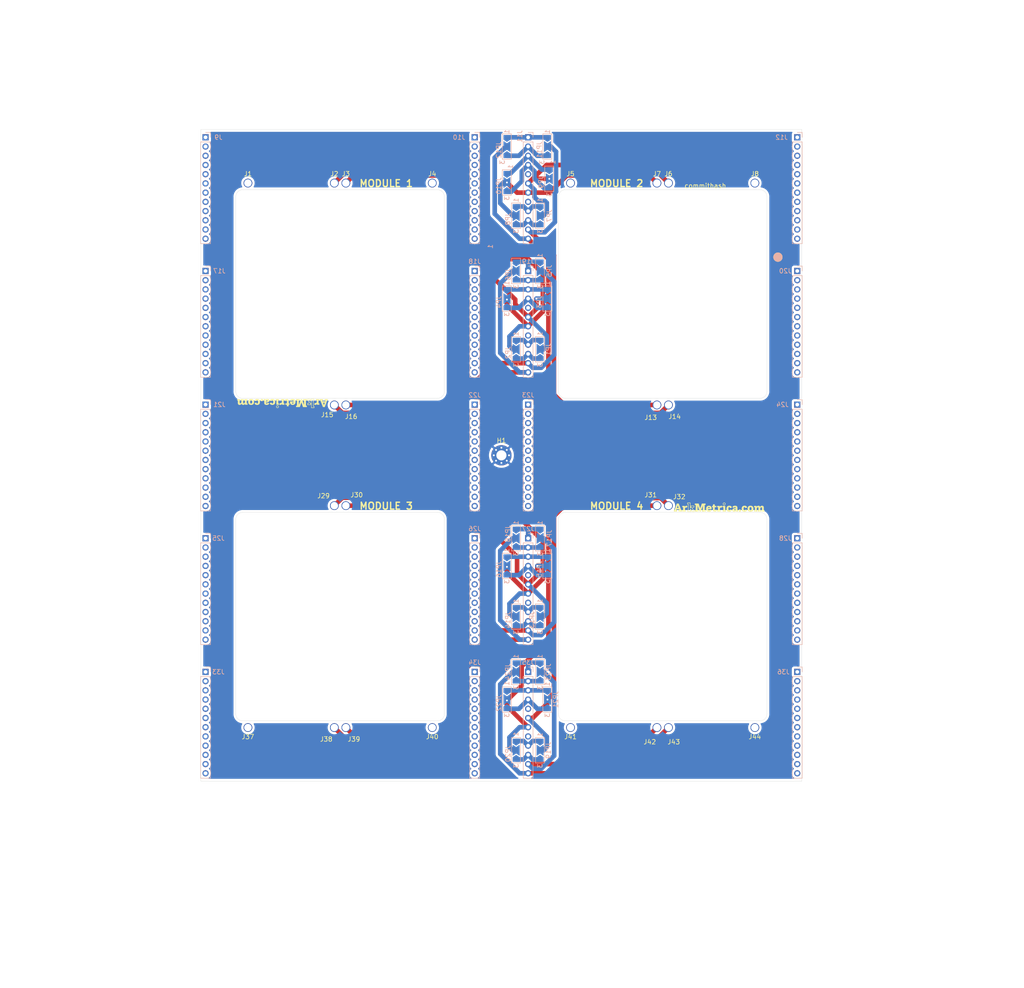
<source format=kicad_pcb>
(kicad_pcb (version 20210228) (generator pcbnew)
  (layers (0 "F.Cu" signal) (31 "B.Cu" signal) (34 "B.Paste" user) (35 "F.Paste" user) (36 "B.SilkS" user "B.Silkscreen") (37 "F.SilkS" user "F.Silkscreen") (38 "B.Mask" user) (39 "F.Mask" user) (44 "Edge.Cuts" user))
  (net 0 "")
  (net 2 "3D_bit3b")
  (net 3 "3D_bit3a")
  (net 6 "3E_bit3a")
  (net 7 "3E_bit3b")
  (net 33 "3E_bit6b")
  (net 34 "3E_bit6a")
  (net 35 "3E_bit1b")
  (net 36 "3E_bit1a")
  (net 39 "3E_bit5b")
  (net 40 "3E_bit5a")
  (net 41 "3E_bit7b")
  (net 42 "3E_bit7a")
  (net 55 "3B_bit6a")
  (net 56 "3B_bit6b")
  (net 57 "3D_bit6b")
  (net 58 "3D_bit6a")
  (net 83 "3D_bit1b")
  (net 84 "3D_bit1a")
  (net 87 "3D_bit5b")
  (net 88 "3D_bit5a")
  (net 89 "3D_bit7b")
  (net 90 "3D_bit7a")
  (net 175 "3B_bit1b")
  (net 176 "3B_bit1a")
  (net 178 "3B_bit3b")
  (net 179 "3B_bit3a")
  (net 181 "3B_bit5b")
  (net 182 "3B_bit5a")
  (net 183 "3B_bit7b")
  (net 184 "3B_bit7a")
  (net 197 "3A_bit3a")
  (net 198 "3A_bit3b")
  (net 223 "3A_bit6b")
  (net 224 "3A_bit6a")
  (net 225 "3A_bit1b")
  (net 226 "3A_bit1a")
  (net 229 "3A_bit5b")
  (net 230 "3A_bit5a")
  (net 231 "3A_bit7b")
  (net 232 "3A_bit7a")
  (net 249 "GND")
  (footprint "custom_footprints:spring_pin" (layer "F.Cu") (at 33.75 -10.925)
    (fp_text reference "J13")
    (fp_text value "Conn_01x01" hide)
  )
  (footprint "custom_footprints:spring_pin" (layer "F.Cu") (at -36.25 -59.075 180)
    (fp_text reference "J2")
    (fp_text value "Conn_01x01" hide)
  )
  (footprint "custom_footprints:spring_pin" (layer "F.Cu") (at -36.25 59.075)
    (fp_text reference "J38")
    (fp_text value "Conn_01x01" hide)
  )
  (footprint "custom_footprints:spring_pin" (layer "F.Cu") (at 55 -59.075 180)
    (fp_text reference "J8")
    (fp_text value "Conn_01x01" hide)
  )
  (footprint "custom_footprints:spring_pin" (layer "F.Cu") (at -33.75 -10.925)
    (fp_text reference "J16")
    (fp_text value "Conn_01x01" hide)
  )
  (footprint "custom_footprints:spring_pin" (layer "F.Cu") (at 36.25 10.925)
    (fp_text reference "J32")
    (fp_text value "Conn_01x01" hide)
  )
  (footprint "custom_footprints:spring_pin" (layer "F.Cu") (at 55 59.075)
    (fp_text reference "J44")
    (fp_text value "Conn_01x01" hide)
  )
  (footprint "custom_footprints:spring_pin" (layer "F.Cu") (at -33.75 59.075)
    (fp_text reference "J39")
    (fp_text value "Conn_01x01" hide)
  )
  (footprint "custom_footprints:spring_pin" (layer "F.Cu") (at 36.25 -10.925)
    (fp_text reference "J14")
    (fp_text value "Conn_01x01" hide)
  )
  (footprint "custom_footprints:spring_pin" (layer "F.Cu") (at -15 59.075)
    (fp_text reference "J40")
    (fp_text value "Conn_01x01" hide)
  )
  (footprint "custom_footprints:spring_pin" (layer "F.Cu") (at -33.75 10.925)
    (fp_text reference "J30")
    (fp_text value "Conn_01x01" hide)
  )
  (footprint "custom_footprints:spring_pin" (layer "F.Cu") (at 36.25 59.075)
    (fp_text reference "J43")
    (fp_text value "Conn_01x01" hide)
  )
  (footprint "custom_footprints:spring_pin" (layer "F.Cu") (at 15 -59.075 180)
    (fp_text reference "J5")
    (fp_text value "Conn_01x01" hide)
  )
  (footprint "custom_footprints:site_small" (layer "F.Cu") (at 47.25 11.25)
    (fp_text reference "LOGO2" hide)
    (fp_text value "Logo_Open_Hardware_Small" hide)
  )
  (footprint "custom_footprints:spring_pin" (layer "F.Cu") (at 33.75 59.075)
    (fp_text reference "J42")
    (fp_text value "Conn_01x01" hide)
  )
  (footprint "custom_footprints:spring_pin" (layer "F.Cu") (at 36.25 -59.075 180)
    (fp_text reference "J6")
    (fp_text value "Conn_01x01" hide)
  )
  (footprint "custom_footprints:spring_pin" (layer "F.Cu") (at 15 59.075)
    (fp_text reference "J41")
    (fp_text value "Conn_01x01" hide)
  )
  (footprint "custom_footprints:spring_pin" (layer "F.Cu") (at -55 -59.075 180)
    (fp_text reference "J1")
    (fp_text value "Conn_01x01" hide)
  )
  (footprint "custom_footprints:spring_pin" (layer "F.Cu") (at 33.75 10.925)
    (fp_text reference "J31")
    (fp_text value "Conn_01x01" hide)
  )
  (footprint "custom_footprints:spring_pin" (layer "F.Cu") (at -36.25 -10.925)
    (fp_text reference "J15")
    (fp_text value "Conn_01x01" hide)
  )
  (footprint "custom_footprints:spring_pin" (layer "F.Cu") (at -15 -59.075 180)
    (fp_text reference "J4")
    (fp_text value "Conn_01x01" hide)
  )
  (footprint "custom_footprints:spring_pin" (layer "F.Cu") (at -33.75 -59.075 180)
    (fp_text reference "J3")
    (fp_text value "Conn_01x01" hide)
  )
  (footprint "custom_footprints:site_small" (layer "F.Cu") (at -47.5 -11.25 180)
    (fp_text reference "LOGO1" hide)
    (fp_text value "Logo_Open_Hardware_Small" hide)
  )
  (footprint "custom_footprints:spring_pin" (layer "F.Cu") (at -36.25 10.925)
    (fp_text reference "J29")
    (fp_text value "Conn_01x01" hide)
  )
  (footprint "MountingHole:MountingHole_2.2mm_M2_Pad_Via" (layer "F.Cu") (at 0 0)
    (fp_text reference "H1")
    (fp_text value "MountingHole_Pad")
  )
  (footprint "custom_footprints:spring_pin" (layer "F.Cu") (at -55 59.075)
    (fp_text reference "J37")
    (fp_text value "Conn_01x01" hide)
  )
  (footprint "custom_footprints:spring_pin" (layer "F.Cu") (at 33.75 -59.075 180)
    (fp_text reference "J7")
    (fp_text value "Conn_01x01" hide)
  )
  (footprint "Jumper:SolderJumper-3_P2.0mm_Open_TrianglePad1.0x1.5mm_NumberLabels" (layer "B.Cu") (at 8.4 -52 -90)
    (fp_text reference "JP7")
    (fp_text value "SolderJumper_3_Open")
  )
  (footprint "Connector_PinHeader_2.00mm:PinHeader_1x12_P2.00mm_Vertical" (layer "B.Cu") (at 64.2 18 180)
    (fp_text reference "J28")
    (fp_text value "Conn_01x12")
  )
  (footprint "Connector_PinHeader_2.00mm:PinHeader_1x12_P2.00mm_Vertical" (layer "B.Cu") (at -5.8 -11 180)
    (fp_text reference "J22")
    (fp_text value "Conn_01x12")
  )
  (footprint "Jumper:SolderJumper-3_P2.0mm_Open_TrianglePad1.0x1.5mm_NumberLabels" (layer "B.Cu") (at 10.4 -60 -90)
    (fp_text reference "JP9")
    (fp_text value "SolderJumper_3_Open")
  )
  (footprint "Connector_PinHeader_2.00mm:PinHeader_1x12_P2.00mm_Vertical" (layer "B.Cu") (at -64.2 18 180)
    (fp_text reference "J25")
    (fp_text value "Conn_01x12")
  )
  (footprint "Connector_PinHeader_2.00mm:PinHeader_1x12_P2.00mm_Vertical" (layer "B.Cu") (at 5.8 18 180)
    (fp_text reference "J27")
    (fp_text value "Conn_01x12")
  )
  (footprint "Jumper:SolderJumper-3_P2.0mm_Open_TrianglePad1.0x1.5mm_NumberLabels" (layer "B.Cu") (at 10 24 -90)
    (fp_text reference "JP15")
    (fp_text value "SolderJumper_3_Open")
  )
  (footprint "Connector_PinHeader_2.00mm:PinHeader_1x12_P2.00mm_Vertical" (layer "B.Cu") (at 64.2 -40 180)
    (fp_text reference "J20")
    (fp_text value "Conn_01x12")
  )
  (footprint "Jumper:SolderJumper-3_P2.0mm_Open_TrianglePad1.0x1.5mm_NumberLabels" (layer "B.Cu") (at 1.2 -59.2 -90)
    (fp_text reference "JP10")
    (fp_text value "SolderJumper_3_Open")
  )
  (footprint "Jumper:SolderJumper-3_P2.0mm_Open_TrianglePad1.0x1.5mm_NumberLabels" (layer "B.Cu") (at 10 53 -90)
    (fp_text reference "JP21")
    (fp_text value "SolderJumper_3_Open")
  )
  (footprint "Connector_PinHeader_2.00mm:PinHeader_1x12_P2.00mm_Vertical" (layer "B.Cu") (at 5.8 -40 180)
    (fp_text reference "J19")
    (fp_text value "Conn_01x12")
  )
  (footprint "Connector_PinHeader_2.00mm:PinHeader_1x12_P2.00mm_Vertical" (layer "B.Cu") (at -64.2 -40 180)
    (fp_text reference "J17")
    (fp_text value "Conn_01x12")
  )
  (footprint "Jumper:SolderJumper-3_P2.0mm_Open_TrianglePad1.0x1.5mm_NumberLabels" (layer "B.Cu") (at 10 -67 -90)
    (fp_text reference "JP11")
    (fp_text value "SolderJumper_3_Open")
  )
  (footprint "Connector_PinHeader_2.00mm:PinHeader_1x12_P2.00mm_Vertical" (layer "B.Cu") (at -5.8 47 180)
    (fp_text reference "J34")
    (fp_text value "Conn_01x12")
  )
  (footprint "Connector_PinHeader_2.00mm:PinHeader_1x12_P2.00mm_Vertical" (layer "B.Cu") (at 5.8 -11 180)
    (fp_text reference "J23")
    (fp_text value "Conn_01x12")
  )
  (footprint "Jumper:SolderJumper-3_P2.0mm_Open_TrianglePad1.0x1.5mm_NumberLabels" (layer "B.Cu") (at 8.4 18 -90)
    (fp_text reference "JP17")
    (fp_text value "SolderJumper_3_Open")
  )
  (footprint "Jumper:SolderJumper-3_P2.0mm_Open_TrianglePad1.0x1.5mm_NumberLabels" (layer "B.Cu") (at 8.4 -40 -90)
    (fp_text reference "JP5")
    (fp_text value "SolderJumper_3_Open")
  )
  (footprint "Connector_PinHeader_2.00mm:PinHeader_1x12_P2.00mm_Vertical" (layer "B.Cu") (at 5.8 47 180)
    (fp_text reference "J35")
    (fp_text value "Conn_01x12")
  )
  (footprint "Jumper:SolderJumper-3_P2.0mm_Open_TrianglePad1.0x1.5mm_NumberLabels" (layer "B.Cu") (at 3.2 -52 -90)
    (fp_text reference "JP8")
    (fp_text value "SolderJumper_3_Open")
  )
  (footprint "Jumper:SolderJumper-3_P2.0mm_Open_TrianglePad1.0x1.5mm_NumberLabels" (layer "B.Cu") (at 8.4 64 -90)
    (fp_text reference "JP19")
    (fp_text value "SolderJumper_3_Open")
  )
  (footprint "Connector_PinHeader_2.00mm:PinHeader_1x12_P2.00mm_Vertical" (layer "B.Cu") (at 5.8 -69 180)
    (fp_text reference "J11")
    (fp_text value "Conn_01x12")
  )
  (footprint "Connector_PinHeader_2.00mm:PinHeader_1x12_P2.00mm_Vertical" (layer "B.Cu") (at -64.2 47 180)
    (fp_text reference "J33")
    (fp_text value "Conn_01x12")
  )
  (footprint "Connector_PinHeader_2.00mm:PinHeader_1x12_P2.00mm_Vertical" (layer "B.Cu") (at -5.8 18 180)
    (fp_text reference "J26")
    (fp_text value "Conn_01x12")
  )
  (footprint "Jumper:SolderJumper-3_P2.0mm_Open_TrianglePad1.0x1.5mm_NumberLabels" (layer "B.Cu") (at 3.2 -23 -90)
    (fp_text reference "JP2")
    (fp_text value "SolderJumper_3_Open")
  )
  (footprint "Jumper:SolderJumper-3_P2.0mm_Open_TrianglePad1.0x1.5mm_NumberLabels" (layer "B.Cu") (at 10 -34 -90)
    (fp_text reference "JP3")
    (fp_text value "SolderJumper_3_Open")
  )
  (footprint "Jumper:SolderJumper-3_P2.0mm_Open_TrianglePad1.0x1.5mm_NumberLabels" (layer "B.Cu") (at 1.2 53 -90)
    (fp_text reference "JP22")
    (fp_text value "SolderJumper_3_Open")
  )
  (footprint "Jumper:SolderJumper-3_P2.0mm_Open_TrianglePad1.0x1.5mm_NumberLabels" (layer "B.Cu") (at 8.4 35 -90)
    (fp_text reference "JP13")
    (fp_text value "SolderJumper_3_Open")
  )
  (footprint "Connector_PinHeader_2.00mm:PinHeader_1x12_P2.00mm_Vertical" (layer "B.Cu") (at -5.8 -69 180)
    (fp_text reference "J10")
    (fp_text value "Conn_01x12")
  )
  (footprint "Connector_PinHeader_2.00mm:PinHeader_1x12_P2.00mm_Vertical" (layer "B.Cu") (at -64.2 -69 180)
    (fp_text reference "J9")
    (fp_text value "Conn_01x12")
  )
  (footprint "Connector_PinHeader_2.00mm:PinHeader_1x12_P2.00mm_Vertical" (layer "B.Cu") (at -5.8 -40 180)
    (fp_text reference "J18")
    (fp_text value "Conn_01x12")
  )
  (footprint "Connector_PinHeader_2.00mm:PinHeader_1x12_P2.00mm_Vertical" (layer "B.Cu") (at 64.2 -69 180)
    (fp_text reference "J12")
    (fp_text value "Conn_01x12")
  )
  (footprint "Jumper:SolderJumper-3_P2.0mm_Open_TrianglePad1.0x1.5mm_NumberLabels" (layer "B.Cu") (at 1.2 24 -90)
    (fp_text reference "JP16")
    (fp_text value "SolderJumper_3_Open")
  )
  (footprint "Jumper:SolderJumper-3_P2.0mm_Open_TrianglePad1.0x1.5mm_NumberLabels" (layer "B.Cu") (at 1.2 -67 -90)
    (fp_text reference "JP12")
    (fp_text value "SolderJumper_3_Open")
  )
  (footprint "Jumper:SolderJumper-3_P2.0mm_Open_TrianglePad1.0x1.5mm_NumberLabels" (layer "B.Cu") (at 8.4 -23 -90)
    (fp_text reference "JP1")
    (fp_text value "SolderJumper_3_Open")
  )
  (footprint "Connector_PinHeader_2.00mm:PinHeader_1x12_P2.00mm_Vertical" (layer "B.Cu") (at 64.2 47 180)
    (fp_text reference "J36")
    (fp_text value "Conn_01x12")
  )
  (footprint "Connector_PinHeader_2.00mm:PinHeader_1x12_P2.00mm_Vertical" (layer "B.Cu") (at 64.2 -11 180)
    (fp_text reference "J24")
    (fp_text value "Conn_01x12")
  )
  (footprint "Jumper:SolderJumper-3_P2.0mm_Open_TrianglePad1.0x1.5mm_NumberLabels" (layer "B.Cu") (at 3.2 -40 -90)
    (fp_text reference "JP6")
    (fp_text value "SolderJumper_3_Open")
  )
  (footprint "Jumper:SolderJumper-3_P2.0mm_Open_TrianglePad1.0x1.5mm_NumberLabels" (layer "B.Cu") (at 3.2 47 -90)
    (fp_text reference "JP24")
    (fp_text value "SolderJumper_3_Open")
  )
  (footprint "Jumper:SolderJumper-3_P2.0mm_Open_TrianglePad1.0x1.5mm_NumberLabels" (layer "B.Cu") (at 8.4 47 -90)
    (fp_text reference "JP23")
    (fp_text value "SolderJumper_3_Open")
  )
  (footprint "Jumper:SolderJumper-3_P2.0mm_Open_TrianglePad1.0x1.5mm_NumberLabels" (layer "B.Cu") (at 3.2 35 -90)
    (fp_text reference "JP14")
    (fp_text value "SolderJumper_3_Open")
  )
  (footprint "Connector_PinHeader_2.00mm:PinHeader_1x12_P2.00mm_Vertical" (layer "B.Cu") (at -64.2 -11 180)
    (fp_text reference "J21")
    (fp_text value "Conn_01x12")
  )
  (footprint "Jumper:SolderJumper-3_P2.0mm_Open_TrianglePad1.0x1.5mm_NumberLabels" (layer "B.Cu") (at 3.2 18 -90)
    (fp_text reference "JP18")
    (fp_text value "SolderJumper_3_Open")
  )
  (footprint "Jumper:SolderJumper-3_P2.0mm_Open_TrianglePad1.0x1.5mm_NumberLabels" (layer "B.Cu") (at 3.2 64 -90)
    (fp_text reference "JP20")
    (fp_text value "SolderJumper_3_Open")
  )
  (footprint "Jumper:SolderJumper-3_P2.0mm_Open_TrianglePad1.0x1.5mm_NumberLabels" (layer "B.Cu") (at 1.2 -34 -90)
    (fp_text reference "JP4")
    (fp_text value "SolderJumper_3_Open")
  )
  (gr_circle (center 60 -43) (end 59 -43) (layer "B.SilkS") (width 0) (fill solid))
  (gr_circle (center 60 -43) (end 61 -43) (layer "F.SilkS") (width 0) (fill solid))
  (gr_line (start 57.625 13.875) (end 57.625 56.125) (layer "Edge.Cuts") (width 0.05))
  (gr_line (start 13.875 -57.625) (end 56.125 -57.625) (layer "Edge.Cuts") (width 0.05))
  (gr_arc (start 56.125002 56.125) (end 56.125 57.625) (angle -90) (layer "Edge.Cuts") (width 0.05))
  (gr_line (start 56.125 57.625) (end 13.875 57.625) (layer "Edge.Cuts") (width 0.05))
  (gr_line (start 65.2 70.7) (end -65.2 70.7) (layer "Edge.Cuts") (width 0.05))
  (gr_line (start 13.875 12.375) (end 56.125 12.375) (layer "Edge.Cuts") (width 0.05))
  (gr_arc (start -13.874999 -56.125) (end -12.374999 -56.125) (angle -90) (layer "Edge.Cuts") (width 0.05))
  (gr_arc (start -56.125002 -56.125) (end -56.125 -57.625) (angle -90) (layer "Edge.Cuts") (width 0.05))
  (gr_arc (start -56.125002 13.875) (end -56.125 12.375) (angle -90) (layer "Edge.Cuts") (width 0.05))
  (gr_arc (start -13.874998 56.125) (end -13.875 57.625) (angle -90) (layer "Edge.Cuts") (width 0.05))
  (gr_line (start -57.625 -13.875) (end -57.625 -56.125) (layer "Edge.Cuts") (width 0.05))
  (gr_arc (start -56.125 56.125002) (end -57.625 56.125) (angle -90) (layer "Edge.Cuts") (width 0.05))
  (gr_arc (start 13.875 -56.125) (end 13.875 -57.625) (angle -90) (layer "Edge.Cuts") (width 0.05))
  (gr_arc (start -13.875 13.874998) (end -12.375 13.875) (angle -90) (layer "Edge.Cuts") (width 0.05))
  (gr_line (start -65.2 70.7) (end -65.2 -70.7) (layer "Edge.Cuts") (width 0.05))
  (gr_line (start -12.375 -56.125) (end -12.375 -13.875) (layer "Edge.Cuts") (width 0.05))
  (gr_arc (start 13.875 -13.875) (end 12.375 -13.875) (angle -90) (layer "Edge.Cuts") (width 0.05))
  (gr_line (start -12.375 13.875) (end -12.375 56.125) (layer "Edge.Cuts") (width 0.05))
  (gr_line (start 12.375 -13.875) (end 12.375 -56.125) (layer "Edge.Cuts") (width 0.05))
  (gr_line (start 57.625 -56.125) (end 57.625 -13.875) (layer "Edge.Cuts") (width 0.05))
  (gr_line (start -65.2 -70.7) (end 65.2 -70.7) (layer "Edge.Cuts") (width 0.05))
  (gr_arc (start 56.125 -13.875) (end 56.125 -12.375) (angle -90) (layer "Edge.Cuts") (width 0.05))
  (gr_line (start -56.125 -57.625) (end -13.875 -57.625) (layer "Edge.Cuts") (width 0.05))
  (gr_line (start 65.2 -70.7) (end 65.2 70.7) (layer "Edge.Cuts") (width 0.05))
  (gr_line (start -56.125 12.375) (end -13.875 12.375) (layer "Edge.Cuts") (width 0.05))
  (gr_line (start -57.625 56.125) (end -57.625 13.875) (layer "Edge.Cuts") (width 0.05))
  (gr_arc (start -13.874998 -13.875) (end -13.875 -12.375) (angle -90) (layer "Edge.Cuts") (width 0.05))
  (gr_arc (start -56.125 -13.874998) (end -57.625 -13.875) (angle -90) (layer "Edge.Cuts") (width 0.05))
  (gr_arc (start 56.125 13.874998) (end 57.625 13.875) (angle -90) (layer "Edge.Cuts") (width 0.05))
  (gr_line (start -13.875 57.625) (end -56.125 57.625) (layer "Edge.Cuts") (width 0.05))
  (gr_line (start 56.125 -12.375) (end 13.875 -12.375) (layer "Edge.Cuts") (width 0.05))
  (gr_arc (start 13.875 56.125002) (end 12.375 56.125) (angle -90) (layer "Edge.Cuts") (width 0.05))
  (gr_arc (start 13.874998 13.875) (end 13.875 12.375) (angle -90) (layer "Edge.Cuts") (width 0.05))
  (gr_line (start 12.375 56.125) (end 12.375 13.875) (layer "Edge.Cuts") (width 0.05))
  (gr_arc (start 56.125 -56.125) (end 57.625 -56.125) (angle -90) (layer "Edge.Cuts") (width 0.05))
  (gr_line (start -13.875 -12.375) (end -56.125 -12.375) (layer "Edge.Cuts") (width 0.05))
  (gr_text "MODULE 3" (at -25 11) (layer "F.SilkS") (effects (font (size 1.5 1.5) (thickness 0.3))))
  (gr_text "MODULE 1" (at -25 -59) (layer "F.SilkS") (effects (font (size 1.5 1.5) (thickness 0.3))))
  (gr_text "MODULE 4" (at 25 11) (layer "F.SilkS") (effects (font (size 1.5 1.5) (thickness 0.3))))
  (gr_text "commithash" (at 44.25 -58.5) (layer "F.SilkS") (effects (font (size 1 1))))
  (gr_text "MODULE 2" (at 25 -59) (layer "F.SilkS") (effects (font (size 1.5 1.5) (thickness 0.3))))
  (segment (start -33.325 -62) (end -36.25 -59.075) (width 1) (layer "F.Cu") (net 2))
  (segment (start -9.200489 -47.705973) (end -9.200489 -61.221364) (width 1) (layer "F.Cu") (net 2))
  (segment (start -9.979125 -62) (end -33.325 -62) (width 1) (layer "F.Cu") (net 2))
  (segment (start 5.8 -28) (end 1.2 -32.6) (width 1) (layer "F.Cu") (net 2))
  (segment (start 9.000978 -31.200978) (end 9.000978 -39.408142) (width 1) (layer "F.Cu") (net 2))
  (segment (start 9.000978 -39.408142) (end 5.835098 -42.574022) (width 1) (layer "F.Cu") (net 2))
  (segment (start -9.200489 -61.221364) (end -9.979125 -62) (width 1) (layer "F.Cu") (net 2))
  (segment (start 1.2 -32.6) (end 1.2 -33.8) (width 1) (layer "F.Cu") (net 2))
  (segment (start -4.068538 -42.574022) (end -9.200489 -47.705973) (width 1) (layer "F.Cu") (net 2))
  (segment (start 5.835098 -42.574022) (end -4.068538 -42.574022) (width 1) (layer "F.Cu") (net 2))
  (segment (start 5.8 -28) (end 9.000978 -31.200978) (width 1) (layer "F.Cu") (net 2))
  (via (at 1.2 -33.8) (size 0.8) (drill 0.4) (layers "F.Cu" "B.Cu") (net 2))
  (segment (start 3.960728 -28) (end 1.75048 -25.789752) (width 1) (layer "B.Cu") (net 2))
  (segment (start 2.45 -23) (end 3.2 -23) (width 1) (layer "B.Cu") (net 2))
  (segment (start 1.75048 -23.69952) (end 2.45 -23) (width 1) (layer "B.Cu") (net 2))
  (segment (start 5.8 -28) (end 3.960728 -28) (width 1) (layer "B.Cu") (net 2))
  (segment (start 1.75048 -25.789752) (end 1.75048 -23.69952) (width 1) (layer "B.Cu") (net 2))
  (segment (start 3 -33.80912) (end -10.4 -47.20912) (width 1) (layer "F.Cu") (net 3))
  (segment (start 7.6 -34) (end 7.6 -31.8) (width 1) (layer "F.Cu") (net 3))
  (segment (start 7.6 -31.8) (end 5.8 -30) (width 1) (layer "F.Cu") (net 3))
  (segment (start 3 -32.8) (end 3 -33.80912) (width 1) (layer "F.Cu") (net 3))
  (segment (start 5.8 -30) (end 3 -32.8) (width 1) (layer "F.Cu") (net 3))
  (segment (start -10.4 -47.20912) (end -10.4 -60.724511) (width 1) (layer "F.Cu") (net 3))
  (segment (start -10.4 -60.724511) (end -32.100489 -60.724511) (width 1) (layer "F.Cu") (net 3))
  (segment (start -32.100489 -60.724511) (end -33.75 -59.075) (width 1) (layer "F.Cu") (net 3))
  (via (at 7.6 -34) (size 0.8) (drill 0.4) (layers "F.Cu" "B.Cu") (net 3))
  (segment (start 9.84952 -23.69952) (end 9.84952 -25.95048) (width 1) (layer "B.Cu") (net 3))
  (segment (start 9.84952 -25.95048) (end 5.8 -30) (width 1) (layer "B.Cu") (net 3))
  (segment (start 10 -34) (end 7.6 -34) (width 1) (layer "B.Cu") (net 3))
  (segment (start 8.4 -23) (end 9.15 -23) (width 1) (layer "B.Cu") (net 3))
  (segment (start 9.15 -23) (end 9.84952 -23.69952) (width 1) (layer "B.Cu") (net 3))
  (segment (start 36.25 -59.075) (end 32.325 -63) (width 1) (layer "F.Cu") (net 6))
  (segment (start 32.325 -63) (end 9.8 -63) (width 1) (layer "F.Cu") (net 6))
  (segment (start 5.8 -59) (end 9.8 -63) (width 1) (layer "F.Cu") (net 6))
  (segment (start 10.4 -60) (end 6.8 -60) (width 1) (layer "F.Cu") (net 6))
  (via (at 10.4 -60) (size 0.8) (drill 0.4) (layers "F.Cu" "B.Cu") (net 6))
  (segment (start 9.15 -52) (end 9.84952 -52.69952) (width 1) (layer "B.Cu") (net 6))
  (segment (start 7.174511 -56.025489) (end 7.174511 -57.625489) (width 1) (layer "B.Cu") (net 6))
  (segment (start 8.00048 -55.19952) (end 7.174511 -56.025489) (width 1) (layer "B.Cu") (net 6))
  (segment (start 9.439752 -55.19952) (end 8.00048 -55.19952) (width 1) (layer "B.Cu") (net 6))
  (segment (start 8.4 -52) (end 9.15 -52) (width 1) (layer "B.Cu") (net 6))
  (segment (start 7.174511 -57.625489) (end 5.8 -59) (width 1) (layer "B.Cu") (net 6))
  (segment (start 9.84952 -54.789752) (end 9.439752 -55.19952) (width 1) (layer "B.Cu") (net 6))
  (segment (start 9.84952 -52.69952) (end 9.84952 -54.789752) (width 1) (layer "B.Cu") (net 6))
  (segment (start 32.100489 -60.724511) (end 33.75 -59.075) (width 1) (layer "F.Cu") (net 7))
  (segment (start 5.8 -57) (end 10.483723 -57) (width 1) (layer "F.Cu") (net 7))
  (segment (start 10.483723 -57) (end 14.208234 -60.724511) (width 1) (layer "F.Cu") (net 7))
  (segment (start 14.208234 -60.724511) (end 32.100489 -60.724511) (width 1) (layer "F.Cu") (net 7))
  (segment (start 5.8 -57) (end 3.4 -57) (width 1) (layer "F.Cu") (net 7))
  (segment (start 3.4 -57) (end 1.2 -59.2) (width 1) (layer "F.Cu") (net 7))
  (via (at 1.2 -59.2) (size 0.8) (drill 0.4) (layers "F.Cu" "B.Cu") (net 7))
  (segment (start -0.24952 -54.69952) (end 2.45 -52) (width 1) (layer "B.Cu") (net 7))
  (segment (start 2.45 -52) (end 3.2 -52) (width 1) (layer "B.Cu") (net 7))
  (segment (start -0.24952 -58.50048) (end -0.24952 -54.69952) (width 1) (layer "B.Cu") (net 7))
  (segment (start 1.2 -59.2) (end 0.45 -59.2) (width 1) (layer "B.Cu") (net 7))
  (segment (start 0.45 -59.2) (end -0.24952 -58.50048) (width 1) (layer "B.Cu") (net 7))
  (segment (start 13.6 -9.2) (end 34.525 -9.2) (width 1) (layer "F.Cu") (net 33))
  (segment (start 10.200489 -42.599511) (end 10.200489 -12.599511) (width 1) (layer "F.Cu") (net 33))
  (segment (start 5.8 -47) (end 10.200489 -42.599511) (width 1) (layer "F.Cu") (net 33))
  (segment (start 10.200489 -12.599511) (end 13.6 -9.2) (width 1) (layer "F.Cu") (net 33))
  (segment (start 34.525 -9.2) (end 36.25 -10.925) (width 1) (layer "F.Cu") (net 33))
  (segment (start -1.449031 -52.409759) (end 3.960728 -47) (width 1) (layer "B.Cu") (net 33))
  (segment (start 0.96073 -67) (end -1.449031 -64.590239) (width 1) (layer "B.Cu") (net 33))
  (segment (start 3.960728 -47) (end 5.8 -47) (width 1) (layer "B.Cu") (net 33))
  (segment (start -1.449031 -64.590239) (end -1.449031 -52.409759) (width 1) (layer "B.Cu") (net 33))
  (segment (start 11.4 -13.2) (end 11.4 -43.4) (width 1) (layer "F.Cu") (net 34))
  (segment (start 13.675 -10.925) (end 11.4 -13.2) (width 1) (layer "F.Cu") (net 34))
  (segment (start 11.4 -43.4) (end 5.8 -49) (width 1) (layer "F.Cu") (net 34))
  (segment (start 33.75 -10.925) (end 13.675 -10.925) (width 1) (layer "F.Cu") (net 34))
  (segment (start 10.75 -67) (end 10 -67) (width 1) (layer "B.Cu") (net 34))
  (segment (start 11.6 -50.6) (end 11.6 -56.960728) (width 1) (layer "B.Cu") (net 34))
  (segment (start 11.6 -56.960728) (end 11.84952 -57.210248) (width 1) (layer "B.Cu") (net 34))
  (segment (start 11.84952 -65.90048) (end 10.75 -67) (width 1) (layer "B.Cu") (net 34))
  (segment (start 5.8 -49) (end 6.4 -48.4) (width 1) (layer "B.Cu") (net 34))
  (segment (start 6.4 -48.4) (end 9.4 -48.4) (width 1) (layer "B.Cu") (net 34))
  (segment (start 9.4 -48.4) (end 11.6 -50.6) (width 1) (layer "B.Cu") (net 34))
  (segment (start 11.84952 -57.210248) (end 11.84952 -65.90048) (width 1) (layer "B.Cu") (net 34))
  (segment (start 6.8 -50) (end 8.4 -50) (width 1) (layer "B.Cu") (net 35))
  (segment (start 5.8 -51) (end 6.8 -50) (width 1) (layer "B.Cu") (net 35))
  (segment (start 4.8 -50) (end 3.2 -50) (width 1) (layer "B.Cu") (net 35))
  (segment (start 5.8 -51) (end 4.8 -50) (width 1) (layer "B.Cu") (net 35))
  (segment (start 5.8 -53) (end 6.8 -54) (width 1) (layer "B.Cu") (net 36))
  (segment (start 5.8 -53) (end 4.8 -54) (width 1) (layer "B.Cu") (net 36))
  (segment (start 4.8 -54) (end 3.2 -54) (width 1) (layer "B.Cu") (net 36))
  (segment (start 6.8 -54) (end 8.4 -54) (width 1) (layer "B.Cu") (net 36))
  (segment (start 2.139272 -57.2) (end 4.425489 -59.486217) (width 1) (layer "B.Cu") (net 39))
  (segment (start 7.174511 -61.625489) (end 5.8 -63) (width 1) (layer "B.Cu") (net 39))
  (segment (start 1.2 -57.2) (end 2.139272 -57.2) (width 1) (layer "B.Cu") (net 39))
  (segment (start 10.4 -58) (end 9.260727 -58) (width 1) (layer "B.Cu") (net 39))
  (segment (start 9.260727 -58) (end 7.174511 -60.086216) (width 1) (layer "B.Cu") (net 39))
  (segment (start 4.425489 -61.625489) (end 5.8 -63) (width 1) (layer "B.Cu") (net 39))
  (segment (start 4.425489 -59.486217) (end 4.425489 -61.625489) (width 1) (layer "B.Cu") (net 39))
  (segment (start 7.174511 -60.086216) (end 7.174511 -61.625489) (width 1) (layer "B.Cu") (net 39))
  (segment (start 2 -61.2) (end 5.8 -65) (width 1) (layer "B.Cu") (net 40))
  (segment (start 10.4 -62) (end 8.8 -62) (width 1) (layer "B.Cu") (net 40))
  (segment (start 8.8 -62) (end 5.8 -65) (width 1) (layer "B.Cu") (net 40))
  (segment (start 1.2 -61.2) (end 2 -61.2) (width 1) (layer "B.Cu") (net 40))
  (segment (start 3.8 -65) (end 5.8 -67) (width 1) (layer "B.Cu") (net 41))
  (segment (start 7.8 -65) (end 5.8 -67) (width 1) (layer "B.Cu") (net 41))
  (segment (start 10 -65) (end 7.8 -65) (width 1) (layer "B.Cu") (net 41))
  (segment (start 1.2 -65) (end 3.8 -65) (width 1) (layer "B.Cu") (net 41))
  (segment (start 10 -69) (end 5.8 -69) (width 1) (layer "B.Cu") (net 42))
  (segment (start 5.8 -69) (end 1.2 -69) (width 1) (layer "B.Cu") (net 42))
  (segment (start -31.425 61.4) (end -33.75 59.075) (width 1) (layer "F.Cu") (net 55))
  (segment (start 5.8 38) (end -1.105484 38) (width 1) (layer "F.Cu") (net 55))
  (segment (start -1.105484 38) (end -9.8 46.694516) (width 1) (layer "F.Cu") (net 55))
  (segment (start -9.8 61.4) (end -31.425 61.4) (width 1) (layer "F.Cu") (net 55))
  (segment (start -9.8 46.694516) (end -9.8 61.4) (width 1) (layer "F.Cu") (net 55))
  (segment (start 5.8 38) (end 6.8 39) (width 1) (layer "B.Cu") (net 55))
  (segment (start 8.639272 39) (end 11.44952 36.189752) (width 1) (layer "B.Cu") (net 55))
  (segment (start 11.44952 20.29952) (end 9.15 18) (width 1) (layer "B.Cu") (net 55))
  (segment (start 11.44952 36.189752) (end 11.44952 20.29952) (width 1) (layer "B.Cu") (net 55))
  (segment (start 9.15 18) (end 8.4 18) (width 1) (layer "B.Cu") (net 55))
  (segment (start 6.8 39) (end 8.639272 39) (width 1) (layer "B.Cu") (net 55))
  (segment (start -8.600489 47.191369) (end -8.600489 61.896853) (width 1) (layer "F.Cu") (net 56))
  (segment (start -1.40912 40) (end -8.600489 47.191369) (width 1) (layer "F.Cu") (net 56))
  (segment (start -8.600489 61.896853) (end -9.303147 62.599511) (width 1) (layer "F.Cu") (net 56))
  (segment (start -9.303147 62.599511) (end -32.725489 62.599511) (width 1) (layer "F.Cu") (net 56))
  (segment (start -32.725489 62.599511) (end -36.25 59.075) (width 1) (layer "F.Cu") (net 56))
  (segment (start 5.8 40) (end -1.40912 40) (width 1) (layer "F.Cu") (net 56))
  (segment (start 2.45 18) (end 3.2 18) (width 1) (layer "B.Cu") (net 56))
  (segment (start 3.960728 40) (end -0.24952 35.789752) (width 1) (layer "B.Cu") (net 56))
  (segment (start -0.24952 20.69952) (end 2.45 18) (width 1) (layer "B.Cu") (net 56))
  (segment (start 5.8 40) (end 3.960728 40) (width 1) (layer "B.Cu") (net 56))
  (segment (start -0.24952 35.789752) (end -0.24952 20.69952) (width 1) (layer "B.Cu") (net 56))
  (segment (start -10.703636 -9.2) (end -34.525 -9.2) (width 1) (layer "F.Cu") (net 57))
  (segment (start -1.903636 -18) (end -10.703636 -9.2) (width 1) (layer "F.Cu") (net 57))
  (segment (start -34.525 -9.2) (end -36.25 -10.925) (width 1) (layer "F.Cu") (net 57))
  (segment (start 5.8 -18) (end -1.903636 -18) (width 1) (layer "F.Cu") (net 57))
  (segment (start -0.24952 -22.210248) (end -0.24952 -37.30048) (width 1) (layer "B.Cu") (net 57))
  (segment (start 2.45 -40) (end 3.2 -40) (width 1) (layer "B.Cu") (net 57))
  (segment (start -0.24952 -37.30048) (end 2.45 -40) (width 1) (layer "B.Cu") (net 57))
  (segment (start 3.960728 -18) (end -0.24952 -22.210248) (width 1) (layer "B.Cu") (net 57))
  (segment (start 5.8 -18) (end 3.960728 -18) (width 1) (layer "B.Cu") (net 57))
  (segment (start -10.675 -10.925) (end -33.75 -10.925) (width 1) (layer "F.Cu") (net 58))
  (segment (start 5.8 -20) (end -1.6 -20) (width 1) (layer "F.Cu") (net 58))
  (segment (start -1.6 -20) (end -10.675 -10.925) (width 1) (layer "F.Cu") (net 58))
  (segment (start 8.639272 -19) (end 11.44952 -21.810248) (width 1) (layer "B.Cu") (net 58))
  (segment (start 5.8 -20) (end 6.8 -19) (width 1) (layer "B.Cu") (net 58))
  (segment (start 9.15 -40) (end 8.4 -40) (width 1) (layer "B.Cu") (net 58))
  (segment (start 11.44952 -21.810248) (end 11.44952 -37.70048) (width 1) (layer "B.Cu") (net 58))
  (segment (start 6.8 -19) (end 8.639272 -19) (width 1) (layer "B.Cu") (net 58))
  (segment (start 11.44952 -37.70048) (end 9.15 -40) (width 1) (layer "B.Cu") (net 58))
  (segment (start 6.8 -21) (end 8.4 -21) (width 1) (layer "B.Cu") (net 83))
  (segment (start 5.8 -22) (end 4.8 -21) (width 1) (layer "B.Cu") (net 83))
  (segment (start 4.8 -21) (end 3.2 -21) (width 1) (layer "B.Cu") (net 83))
  (segment (start 5.8 -22) (end 6.8 -21) (width 1) (layer "B.Cu") (net 83))
  (segment (start 5.8 -24) (end 4.8 -25) (width 1) (layer "B.Cu") (net 84))
  (segment (start 5.8 -24) (end 6.8 -25) (width 1) (layer "B.Cu") (net 84))
  (segment (start 4.8 -25) (end 3.2 -25) (width 1) (layer "B.Cu") (net 84))
  (segment (start 6.8 -25) (end 8.4 -25) (width 1) (layer "B.Cu") (net 84))
  (segment (start 10 -32) (end 7.8 -32) (width 1) (layer "B.Cu") (net 87))
  (segment (start 5.8 -34) (end 3.8 -32) (width 1) (layer "B.Cu") (net 87))
  (segment (start 3.8 -32) (end 1.2 -32) (width 1) (layer "B.Cu") (net 87))
  (segment (start 7.8 -32) (end 5.8 -34) (width 1) (layer "B.Cu") (net 87))
  (segment (start 1.2 -36) (end 5.8 -36) (width 1) (layer "B.Cu") (net 88))
  (segment (start 10 -36) (end 5.8 -36) (width 1) (layer "B.Cu") (net 88))
  (segment (start 3.2 -38) (end 5.8 -38) (width 1) (layer "B.Cu") (net 89))
  (segment (start 8.4 -38) (end 5.8 -38) (width 1) (layer "B.Cu") (net 89))
  (segment (start 5.475 -42) (end 5.8 -41.675) (width 1) (layer "B.Cu") (net 90))
  (segment (start 8.4 -42) (end 6.125 -42) (width 1) (layer "B.Cu") (net 90))
  (segment (start 3.2 -42) (end 5.475 -42) (width 1) (layer "B.Cu") (net 90))
  (segment (start 6.125 -42) (end 5.8 -41.675) (width 1) (layer "B.Cu") (net 90))
  (segment (start 5.8 -41.675) (end 5.8 -40) (width 1) (layer "B.Cu") (net 90))
  (segment (start 5.8 36) (end 6.8 37) (width 1) (layer "B.Cu") (net 175))
  (segment (start 6.8 37) (end 8.4 37) (width 1) (layer "B.Cu") (net 175))
  (segment (start 5.8 36) (end 4.8 37) (width 1) (layer "B.Cu") (net 175))
  (segment (start 4.8 37) (end 3.2 37) (width 1) (layer "B.Cu") (net 175))
  (segment (start 4.8 33) (end 3.2 33) (width 1) (layer "B.Cu") (net 176))
  (segment (start 5.8 34) (end 4.8 33) (width 1) (layer "B.Cu") (net 176))
  (segment (start 6.8 33) (end 8.4 33) (width 1) (layer "B.Cu") (net 176))
  (segment (start 5.8 34) (end 6.8 33) (width 1) (layer "B.Cu") (net 176))
  (segment (start 1.2 25.4) (end 1.2 24.2) (width 1) (layer "F.Cu") (net 178))
  (segment (start 5.8 30) (end 9.000979 26.799021) (width 1) (layer "F.Cu") (net 178))
  (segment (start 5.8 30) (end 1.2 25.4) (width 1) (layer "F.Cu") (net 178))
  (segment (start 4.20912 13.8) (end -6.903636 13.8) (width 1) (layer "F.Cu") (net 178))
  (segment (start -11.503636 9.2) (end -34.525 9.2) (width 1) (layer "F.Cu") (net 178))
  (segment (start 9.000979 18.591859) (end 4.20912 13.8) (width 1) (layer "F.Cu") (net 178))
  (segment (start 9.000979 26.799021) (end 9.000979 18.591859) (width 1) (layer "F.Cu") (net 178))
  (segment (start -6.903636 13.8) (end -11.503636 9.2) (width 1) (layer "F.Cu") (net 178))
  (segment (start -34.525 9.2) (end -36.25 10.925) (width 1) (layer "F.Cu") (net 178))
  (via (at 1.2 24.2) (size 0.8) (drill 0.4) (layers "F.Cu" "B.Cu") (net 178))
  (segment (start 3.960728 30) (end 1.75048 32.210248) (width 1) (layer "B.Cu") (net 178))
  (segment (start 2.45 35) (end 3.2 35) (width 1) (layer "B.Cu") (net 178))
  (segment (start 1.75048 32.210248) (end 1.75048 34.30048) (width 1) (layer "B.Cu") (net 178))
  (segment (start 1.75048 34.30048) (end 2.45 35) (width 1) (layer "B.Cu") (net 178))
  (segment (start 5.8 30) (end 3.960728 30) (width 1) (layer "B.Cu") (net 178))
  (segment (start 3.4 22) (end -3.60049 14.99951) (width 1) (layer "F.Cu") (net 179))
  (segment (start 7.8 26) (end 5.8 28) (width 1) (layer "F.Cu") (net 179))
  (segment (start 3.4 25.6) (end 3.4 22) (width 1) (layer "F.Cu") (net 179))
  (segment (start 7.8 24) (end 7.8 26) (width 1) (layer "F.Cu") (net 179))
  (segment (start -11.475 10.925) (end -33.75 10.925) (width 1) (layer "F.Cu") (net 179))
  (segment (start -7.40049 14.99951) (end -11.475 10.925) (width 1) (layer "F.Cu") (net 179))
  (segment (start 5.8 28) (end 3.4 25.6) (width 1) (layer "F.Cu") (net 179))
  (segment (start -3.60049 14.99951) (end -7.40049 14.99951) (width 1) (layer "F.Cu") (net 179))
  (via (at 7.8 24) (size 0.8) (drill 0.4) (layers "F.Cu" "B.Cu") (net 179))
  (segment (start 10 24) (end 7.8 24) (width 1) (layer "B.Cu") (net 179))
  (segment (start 9.84952 32.04952) (end 5.8 28) (width 1) (layer "B.Cu") (net 179))
  (segment (start 8.4 35) (end 9.15 35) (width 1) (layer "B.Cu") (net 179))
  (segment (start 9.15 35) (end 9.84952 34.30048) (width 1) (layer "B.Cu") (net 179))
  (segment (start 9.84952 34.30048) (end 9.84952 32.04952) (width 1) (layer "B.Cu") (net 179))
  (segment (start 7.8 26) (end 5.8 24) (width 1) (layer "B.Cu") (net 181))
  (segment (start 3.8 26) (end 1.2 26) (width 1) (layer "B.Cu") (net 181))
  (segment (start 10 26) (end 7.8 26) (width 1) (layer "B.Cu") (net 181))
  (segment (start 5.8 24) (end 3.8 26) (width 1) (layer "B.Cu") (net 181))
  (segment (start 10 22) (end 5.8 22) (width 1) (layer "B.Cu") (net 182))
  (segment (start 1.2 22) (end 5.8 22) (width 1) (layer "B.Cu") (net 182))
  (segment (start 3.2 20) (end 5.8 20) (width 1) (layer "B.Cu") (net 183))
  (segment (start 8.4 20) (end 5.8 20) (width 1) (layer "B.Cu") (net 183))
  (segment (start 5.475 16) (end 5.8 16.325) (width 1) (layer "B.Cu") (net 184))
  (segment (start 8.4 16) (end 6.125 16) (width 1) (layer "B.Cu") (net 184))
  (segment (start 3.2 16) (end 5.475 16) (width 1) (layer "B.Cu") (net 184))
  (segment (start 5.8 16.325) (end 5.8 18) (width 1) (layer "B.Cu") (net 184))
  (segment (start 6.125 16) (end 5.8 16.325) (width 1) (layer "B.Cu") (net 184))
  (segment (start 11.4 51.6) (end 10 53) (width 1) (layer "F.Cu") (net 197))
  (segment (start 10 53.8) (end 10 53) (width 1) (layer "F.Cu") (net 197))
  (segment (start 5.8 57) (end 6.8 57) (width 1) (layer "F.Cu") (net 197))
  (segment (start 6.8 57) (end 10 53.8) (width 1) (layer "F.Cu") (net 197))
  (segment (start 11.4 13.2) (end 11.4 51.6) (width 1) (layer "F.Cu") (net 197))
  (segment (start 13.675 10.925) (end 11.4 13.2) (width 1) (layer "F.Cu") (net 197))
  (segment (start 33.75 10.925) (end 13.675 10.925) (width 1) (layer "F.Cu") (net 197))
  (via (at 10 53) (size 0.8) (drill 0.4) (layers "F.Cu" "B.Cu") (net 197))
  (segment (start 8.4 64) (end 9.15 64) (width 1) (layer "B.Cu") (net 197))
  (segment (start 9.15 64) (end 9.84952 63.30048) (width 1) (layer "B.Cu") (net 197))
  (segment (start 9.84952 63.30048) (end 9.84952 61.04952) (width 1) (layer "B.Cu") (net 197))
  (segment (start 9.84952 61.04952) (end 5.8 57) (width 1) (layer "B.Cu") (net 197))
  (segment (start 13.524511 9.275489) (end 10.200489 12.599511) (width 1) (layer "F.Cu") (net 198))
  (segment (start 4.4 50) (end 1.2 53.2) (width 1) (layer "F.Cu") (net 198))
  (segment (start 36.25 10.925) (end 34.600489 9.275489) (width 1) (layer "F.Cu") (net 198))
  (segment (start 4.4 45.79088) (end 4.4 50) (width 1) (layer "F.Cu") (net 198))
  (segment (start 10.200489 39.990391) (end 4.4 45.79088) (width 1) (layer "F.Cu") (net 198))
  (segment (start 5.8 59) (end 1.2 54.4) (width 1) (layer "F.Cu") (net 198))
  (segment (start 1.2 54.4) (end 1.2 53.2) (width 1) (layer "F.Cu") (net 198))
  (segment (start 34.600489 9.275489) (end 13.524511 9.275489) (width 1) (layer "F.Cu") (net 198))
  (segment (start 10.200489 12.599511) (end 10.200489 39.990391) (width 1) (layer "F.Cu") (net 198))
  (via (at 1.2 53.2) (size 0.8) (drill 0.4) (layers "F.Cu" "B.Cu") (net 198))
  (segment (start 2.45 64) (end 3.2 64) (width 1) (layer "B.Cu") (net 198))
  (segment (start 5.8 59) (end 3.960728 59) (width 1) (layer "B.Cu") (net 198))
  (segment (start 1.75048 61.210248) (end 1.75048 63.30048) (width 1) (layer "B.Cu") (net 198))
  (segment (start 1.75048 63.30048) (end 2.45 64) (width 1) (layer "B.Cu") (net 198))
  (segment (start 3.960728 59) (end 1.75048 61.210248) (width 1) (layer "B.Cu") (net 198))
  (segment (start 26.325 69) (end 36.25 59.075) (width 1) (layer "F.Cu") (net 223))
  (segment (start 5.8 69) (end 26.325 69) (width 1) (layer "F.Cu") (net 223))
  (segment (start 2.45 47) (end -0.24952 49.69952) (width 1) (layer "B.Cu") (net 223))
  (segment (start 3.2 47) (end 2.45 47) (width 1) (layer "B.Cu") (net 223))
  (segment (start -0.24952 64.789752) (end 3.960728 69) (width 1) (layer "B.Cu") (net 223))
  (segment (start -0.24952 49.69952) (end -0.24952 64.789752) (width 1) (layer "B.Cu") (net 223))
  (segment (start 3.960728 69) (end 5.8 69) (width 1) (layer "B.Cu") (net 223))
  (segment (start 25.825 67) (end 5.8 67) (width 1) (layer "F.Cu") (net 224))
  (segment (start 33.75 59.075) (end 25.825 67) (width 1) (layer "F.Cu") (net 224))
  (segment (start 9.15 47) (end 8.4 47) (width 1) (layer "B.Cu") (net 224))
  (segment (start 11.44952 49.29952) (end 9.15 47) (width 1) (layer "B.Cu") (net 224))
  (segment (start 6.8 68) (end 8.639272 68) (width 1) (layer "B.Cu") (net 224))
  (segment (start 8.639272 68) (end 11.44952 65.189752) (width 1) (layer "B.Cu") (net 224))
  (segment (start 11.44952 65.189752) (end 11.44952 49.29952) (width 1) (layer "B.Cu") (net 224))
  (segment (start 5.8 67) (end 6.8 68) (width 1) (layer "B.Cu") (net 224))
  (segment (start 5.8 65) (end 6.8 66) (width 1) (layer "B.Cu") (net 225))
  (segment (start 4.8 66) (end 3.2 66) (width 1) (layer "B.Cu") (net 225))
  (segment (start 6.8 66) (end 8.4 66) (width 1) (layer "B.Cu") (net 225))
  (segment (start 5.8 65) (end 4.8 66) (width 1) (layer "B.Cu") (net 225))
  (segment (start 4.8 62) (end 3.2 62) (width 1) (layer "B.Cu") (net 226))
  (segment (start 5.8 63) (end 4.8 62) (width 1) (layer "B.Cu") (net 226))
  (segment (start 6.8 62) (end 8.4 62) (width 1) (layer "B.Cu") (net 226))
  (segment (start 5.8 63) (end 6.8 62) (width 1) (layer "B.Cu") (net 226))
  (segment (start 5.8 53) (end 3.8 55) (width 1) (layer "B.Cu") (net 229))
  (segment (start 10 55) (end 7.8 55) (width 1) (layer "B.Cu") (net 229))
  (segment (start 7.8 55) (end 5.8 53) (width 1) (layer "B.Cu") (net 229))
  (segment (start 3.8 55) (end 1.2 55) (width 1) (layer "B.Cu") (net 229))
  (segment (start 1.2 51) (end 5.8 51) (width 1) (layer "B.Cu") (net 230))
  (segment (start 10 51) (end 5.8 51) (width 1) (layer "B.Cu") (net 230))
  (segment (start 3.2 49) (end 5.8 49) (width 1) (layer "B.Cu") (net 231))
  (segment (start 8.4 49) (end 5.8 49) (width 1) (layer "B.Cu") (net 231))
  (segment (start 3.2 45) (end 5.475 45) (width 1) (layer "B.Cu") (net 232))
  (segment (start 5.8 45.325) (end 5.8 47) (width 1) (layer "B.Cu") (net 232))
  (segment (start 6.125 45) (end 5.8 45.325) (width 1) (layer "B.Cu") (net 232))
  (segment (start 5.475 45) (end 5.8 45.325) (width 1) (layer "B.Cu") (net 232))
  (segment (start 8.4 45) (end 6.125 45) (width 1) (layer "B.Cu") (net 232))
  (zone (net 249) (net_name "GND") (layer "B.Cu") (connect_pads (clearance 0.508)) (min_thickness 0.254) (fill yes (thermal_gap 0.508) (thermal_bridge_width 0.508))
    (polygon (pts (xy 113.4 -78.2) (xy 90 81) (xy -89.6 115.6) (xy -108.8 14.4) (xy -77.6 -87) (xy -38.2 -98.8)))
  )
)
</source>
